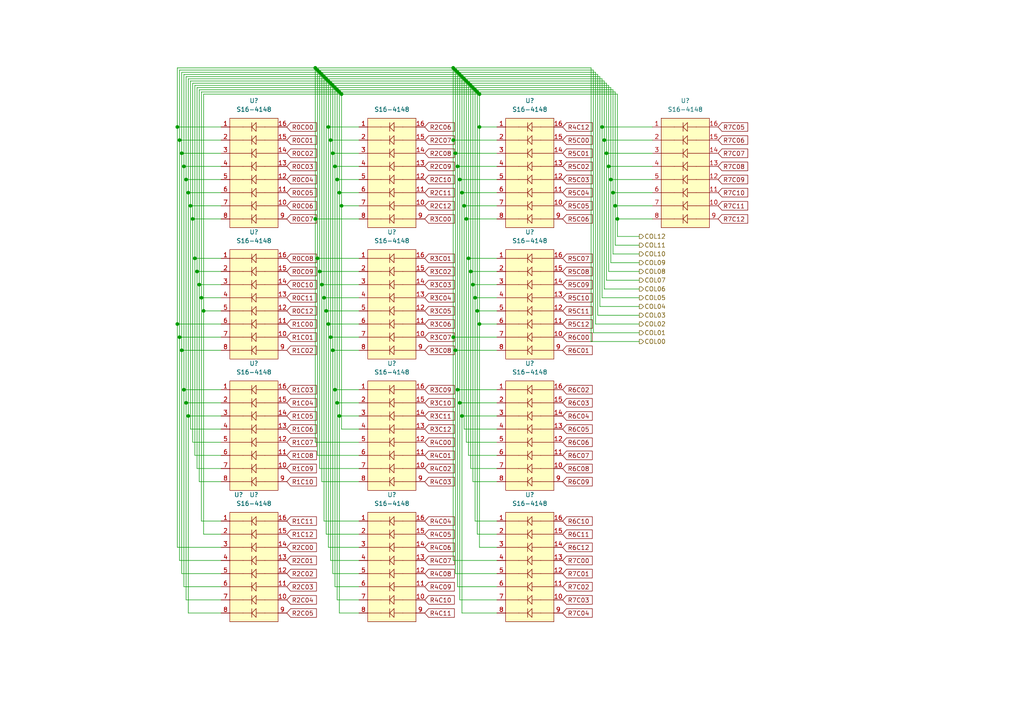
<source format=kicad_sch>
(kicad_sch (version 20211123) (generator eeschema)
  (paper "A4")
  (lib_symbols
    (symbol "Arrays:S16-4148"
      (property "Reference" "U" (at 1.27 33.02 0))
      (property "Value" "S16-4148" (at 6.35 -1.27 0))
      (symbol "S16-4148_1_1"
        (pin output line (at -2.54 29.21 0) (length 2.54) (name "") (number "1"))
        (pin input line (at 16.51 6.35 180) (length 2.54) (name "") (number "10"))
        (pin input line (at 16.51 10.16 180) (length 2.54) (name "") (number "11"))
        (pin input line (at 16.51 13.97 180) (length 2.54) (name "") (number "12"))
        (pin input line (at 16.51 17.78 180) (length 2.54) (name "") (number "13"))
        (pin input line (at 16.51 21.59 180) (length 2.54) (name "") (number "14"))
        (pin input line (at 16.51 25.4 180) (length 2.54) (name "") (number "15"))
        (pin input line (at 16.51 29.21 180) (length 2.54) (name "") (number "16"))
        (pin output line (at -2.54 25.4 0) (length 2.54) (name "") (number "2"))
        (pin output line (at -2.54 21.59 0) (length 2.54) (name "") (number "3"))
        (pin output line (at -2.54 17.78 0) (length 2.54) (name "") (number "4"))
        (pin output line (at -2.54 13.97 0) (length 2.54) (name "") (number "5"))
        (pin output line (at -2.54 10.16 0) (length 2.54) (name "") (number "6"))
        (pin output line (at -2.54 6.35 0) (length 2.54) (name "") (number "7"))
        (pin output line (at -2.54 2.54 0) (length 2.54) (name "") (number "8"))
        (pin input line (at 16.51 2.54 180) (length 2.54) (name "") (number "9"))
      )
    )
    (symbol "S16-4148_1"
      (property "Reference" "U" (at 1.27 33.02 0))
      (property "Value" "S16-4148_1" (at 6.35 -1.27 0))
      (symbol "S16-4148_1_1_1"
        (pin output line (at -2.54 29.21 0) (length 2.54) (name "") (number "1"))
        (pin input line (at 16.51 6.35 180) (length 2.54) (name "") (number "10"))
        (pin input line (at 16.51 10.16 180) (length 2.54) (name "") (number "11"))
        (pin input line (at 16.51 13.97 180) (length 2.54) (name "") (number "12"))
        (pin input line (at 16.51 17.78 180) (length 2.54) (name "") (number "13"))
        (pin input line (at 16.51 21.59 180) (length 2.54) (name "") (number "14"))
        (pin input line (at 16.51 25.4 180) (length 2.54) (name "") (number "15"))
        (pin input line (at 16.51 29.21 180) (length 2.54) (name "") (number "16"))
        (pin output line (at -2.54 25.4 0) (length 2.54) (name "") (number "2"))
        (pin output line (at -2.54 21.59 0) (length 2.54) (name "") (number "3"))
        (pin output line (at -2.54 17.78 0) (length 2.54) (name "") (number "4"))
        (pin output line (at -2.54 13.97 0) (length 2.54) (name "") (number "5"))
        (pin output line (at -2.54 10.16 0) (length 2.54) (name "") (number "6"))
        (pin output line (at -2.54 6.35 0) (length 2.54) (name "") (number "7"))
        (pin output line (at -2.54 2.54 0) (length 2.54) (name "") (number "8"))
        (pin input line (at 16.51 2.54 180) (length 2.54) (name "") (number "9"))
      )
    )
    (symbol "S16-4148_10"
      (property "Reference" "U" (at 1.27 33.02 0))
      (property "Value" "S16-4148_10" (at 6.35 -1.27 0))
      (symbol "S16-4148_10_1_1"
        (pin output line (at -2.54 29.21 0) (length 2.54) (name "") (number "1"))
        (pin input line (at 16.51 6.35 180) (length 2.54) (name "") (number "10"))
        (pin input line (at 16.51 10.16 180) (length 2.54) (name "") (number "11"))
        (pin input line (at 16.51 13.97 180) (length 2.54) (name "") (number "12"))
        (pin input line (at 16.51 17.78 180) (length 2.54) (name "") (number "13"))
        (pin input line (at 16.51 21.59 180) (length 2.54) (name "") (number "14"))
        (pin input line (at 16.51 25.4 180) (length 2.54) (name "") (number "15"))
        (pin input line (at 16.51 29.21 180) (length 2.54) (name "") (number "16"))
        (pin output line (at -2.54 25.4 0) (length 2.54) (name "") (number "2"))
        (pin output line (at -2.54 21.59 0) (length 2.54) (name "") (number "3"))
        (pin output line (at -2.54 17.78 0) (length 2.54) (name "") (number "4"))
        (pin output line (at -2.54 13.97 0) (length 2.54) (name "") (number "5"))
        (pin output line (at -2.54 10.16 0) (length 2.54) (name "") (number "6"))
        (pin output line (at -2.54 6.35 0) (length 2.54) (name "") (number "7"))
        (pin output line (at -2.54 2.54 0) (length 2.54) (name "") (number "8"))
        (pin input line (at 16.51 2.54 180) (length 2.54) (name "") (number "9"))
      )
    )
    (symbol "S16-4148_11"
      (property "Reference" "U" (at 1.27 33.02 0))
      (property "Value" "S16-4148_11" (at 6.35 -1.27 0))
      (symbol "S16-4148_11_1_1"
        (pin output line (at -2.54 29.21 0) (length 2.54) (name "") (number "1"))
        (pin input line (at 16.51 6.35 180) (length 2.54) (name "") (number "10"))
        (pin input line (at 16.51 10.16 180) (length 2.54) (name "") (number "11"))
        (pin input line (at 16.51 13.97 180) (length 2.54) (name "") (number "12"))
        (pin input line (at 16.51 17.78 180) (length 2.54) (name "") (number "13"))
        (pin input line (at 16.51 21.59 180) (length 2.54) (name "") (number "14"))
        (pin input line (at 16.51 25.4 180) (length 2.54) (name "") (number "15"))
        (pin input line (at 16.51 29.21 180) (length 2.54) (name "") (number "16"))
        (pin output line (at -2.54 25.4 0) (length 2.54) (name "") (number "2"))
        (pin output line (at -2.54 21.59 0) (length 2.54) (name "") (number "3"))
        (pin output line (at -2.54 17.78 0) (length 2.54) (name "") (number "4"))
        (pin output line (at -2.54 13.97 0) (length 2.54) (name "") (number "5"))
        (pin output line (at -2.54 10.16 0) (length 2.54) (name "") (number "6"))
        (pin output line (at -2.54 6.35 0) (length 2.54) (name "") (number "7"))
        (pin output line (at -2.54 2.54 0) (length 2.54) (name "") (number "8"))
        (pin input line (at 16.51 2.54 180) (length 2.54) (name "") (number "9"))
      )
    )
    (symbol "S16-4148_12"
      (property "Reference" "U" (at 1.27 33.02 0))
      (property "Value" "S16-4148_12" (at 6.35 -1.27 0))
      (symbol "S16-4148_12_1_1"
        (pin output line (at -2.54 29.21 0) (length 2.54) (name "") (number "1"))
        (pin input line (at 16.51 6.35 180) (length 2.54) (name "") (number "10"))
        (pin input line (at 16.51 10.16 180) (length 2.54) (name "") (number "11"))
        (pin input line (at 16.51 13.97 180) (length 2.54) (name "") (number "12"))
        (pin input line (at 16.51 17.78 180) (length 2.54) (name "") (number "13"))
        (pin input line (at 16.51 21.59 180) (length 2.54) (name "") (number "14"))
        (pin input line (at 16.51 25.4 180) (length 2.54) (name "") (number "15"))
        (pin input line (at 16.51 29.21 180) (length 2.54) (name "") (number "16"))
        (pin output line (at -2.54 25.4 0) (length 2.54) (name "") (number "2"))
        (pin output line (at -2.54 21.59 0) (length 2.54) (name "") (number "3"))
        (pin output line (at -2.54 17.78 0) (length 2.54) (name "") (number "4"))
        (pin output line (at -2.54 13.97 0) (length 2.54) (name "") (number "5"))
        (pin output line (at -2.54 10.16 0) (length 2.54) (name "") (number "6"))
        (pin output line (at -2.54 6.35 0) (length 2.54) (name "") (number "7"))
        (pin output line (at -2.54 2.54 0) (length 2.54) (name "") (number "8"))
        (pin input line (at 16.51 2.54 180) (length 2.54) (name "") (number "9"))
      )
    )
    (symbol "S16-4148_2"
      (property "Reference" "U" (at 1.27 33.02 0))
      (property "Value" "S16-4148_2" (at 6.35 -1.27 0))
      (symbol "S16-4148_2_1_1"
        (pin output line (at -2.54 29.21 0) (length 2.54) (name "") (number "1"))
        (pin input line (at 16.51 6.35 180) (length 2.54) (name "") (number "10"))
        (pin input line (at 16.51 10.16 180) (length 2.54) (name "") (number "11"))
        (pin input line (at 16.51 13.97 180) (length 2.54) (name "") (number "12"))
        (pin input line (at 16.51 17.78 180) (length 2.54) (name "") (number "13"))
        (pin input line (at 16.51 21.59 180) (length 2.54) (name "") (number "14"))
        (pin input line (at 16.51 25.4 180) (length 2.54) (name "") (number "15"))
        (pin input line (at 16.51 29.21 180) (length 2.54) (name "") (number "16"))
        (pin output line (at -2.54 25.4 0) (length 2.54) (name "") (number "2"))
        (pin output line (at -2.54 21.59 0) (length 2.54) (name "") (number "3"))
        (pin output line (at -2.54 17.78 0) (length 2.54) (name "") (number "4"))
        (pin output line (at -2.54 13.97 0) (length 2.54) (name "") (number "5"))
        (pin output line (at -2.54 10.16 0) (length 2.54) (name "") (number "6"))
        (pin output line (at -2.54 6.35 0) (length 2.54) (name "") (number "7"))
        (pin output line (at -2.54 2.54 0) (length 2.54) (name "") (number "8"))
        (pin input line (at 16.51 2.54 180) (length 2.54) (name "") (number "9"))
      )
    )
    (symbol "S16-4148_3"
      (property "Reference" "U" (at 1.27 33.02 0))
      (property "Value" "S16-4148_3" (at 6.35 -1.27 0))
      (symbol "S16-4148_3_1_1"
        (pin output line (at -2.54 29.21 0) (length 2.54) (name "") (number "1"))
        (pin input line (at 16.51 6.35 180) (length 2.54) (name "") (number "10"))
        (pin input line (at 16.51 10.16 180) (length 2.54) (name "") (number "11"))
        (pin input line (at 16.51 13.97 180) (length 2.54) (name "") (number "12"))
        (pin input line (at 16.51 17.78 180) (length 2.54) (name "") (number "13"))
        (pin input line (at 16.51 21.59 180) (length 2.54) (name "") (number "14"))
        (pin input line (at 16.51 25.4 180) (length 2.54) (name "") (number "15"))
        (pin input line (at 16.51 29.21 180) (length 2.54) (name "") (number "16"))
        (pin output line (at -2.54 25.4 0) (length 2.54) (name "") (number "2"))
        (pin output line (at -2.54 21.59 0) (length 2.54) (name "") (number "3"))
        (pin output line (at -2.54 17.78 0) (length 2.54) (name "") (number "4"))
        (pin output line (at -2.54 13.97 0) (length 2.54) (name "") (number "5"))
        (pin output line (at -2.54 10.16 0) (length 2.54) (name "") (number "6"))
        (pin output line (at -2.54 6.35 0) (length 2.54) (name "") (number "7"))
        (pin output line (at -2.54 2.54 0) (length 2.54) (name "") (number "8"))
        (pin input line (at 16.51 2.54 180) (length 2.54) (name "") (number "9"))
      )
    )
    (symbol "S16-4148_4"
      (property "Reference" "U" (at 1.27 33.02 0))
      (property "Value" "S16-4148_4" (at 6.35 -1.27 0))
      (symbol "S16-4148_4_1_1"
        (pin output line (at -2.54 29.21 0) (length 2.54) (name "") (number "1"))
        (pin input line (at 16.51 6.35 180) (length 2.54) (name "") (number "10"))
        (pin input line (at 16.51 10.16 180) (length 2.54) (name "") (number "11"))
        (pin input line (at 16.51 13.97 180) (length 2.54) (name "") (number "12"))
        (pin input line (at 16.51 17.78 180) (length 2.54) (name "") (number "13"))
        (pin input line (at 16.51 21.59 180) (length 2.54) (name "") (number "14"))
        (pin input line (at 16.51 25.4 180) (length 2.54) (name "") (number "15"))
        (pin input line (at 16.51 29.21 180) (length 2.54) (name "") (number "16"))
        (pin output line (at -2.54 25.4 0) (length 2.54) (name "") (number "2"))
        (pin output line (at -2.54 21.59 0) (length 2.54) (name "") (number "3"))
        (pin output line (at -2.54 17.78 0) (length 2.54) (name "") (number "4"))
        (pin output line (at -2.54 13.97 0) (length 2.54) (name "") (number "5"))
        (pin output line (at -2.54 10.16 0) (length 2.54) (name "") (number "6"))
        (pin output line (at -2.54 6.35 0) (length 2.54) (name "") (number "7"))
        (pin output line (at -2.54 2.54 0) (length 2.54) (name "") (number "8"))
        (pin input line (at 16.51 2.54 180) (length 2.54) (name "") (number "9"))
      )
    )
    (symbol "S16-4148_5"
      (property "Reference" "U" (at 1.27 33.02 0))
      (property "Value" "S16-4148_5" (at 6.35 -1.27 0))
      (symbol "S16-4148_5_1_1"
        (pin output line (at -2.54 29.21 0) (length 2.54) (name "") (number "1"))
        (pin input line (at 16.51 6.35 180) (length 2.54) (name "") (number "10"))
        (pin input line (at 16.51 10.16 180) (length 2.54) (name "") (number "11"))
        (pin input line (at 16.51 13.97 180) (length 2.54) (name "") (number "12"))
        (pin input line (at 16.51 17.78 180) (length 2.54) (name "") (number "13"))
        (pin input line (at 16.51 21.59 180) (length 2.54) (name "") (number "14"))
        (pin input line (at 16.51 25.4 180) (length 2.54) (name "") (number "15"))
        (pin input line (at 16.51 29.21 180) (length 2.54) (name "") (number "16"))
        (pin output line (at -2.54 25.4 0) (length 2.54) (name "") (number "2"))
        (pin output line (at -2.54 21.59 0) (length 2.54) (name "") (number "3"))
        (pin output line (at -2.54 17.78 0) (length 2.54) (name "") (number "4"))
        (pin output line (at -2.54 13.97 0) (length 2.54) (name "") (number "5"))
        (pin output line (at -2.54 10.16 0) (length 2.54) (name "") (number "6"))
        (pin output line (at -2.54 6.35 0) (length 2.54) (name "") (number "7"))
        (pin output line (at -2.54 2.54 0) (length 2.54) (name "") (number "8"))
        (pin input line (at 16.51 2.54 180) (length 2.54) (name "") (number "9"))
      )
    )
    (symbol "S16-4148_6"
      (property "Reference" "U" (at 1.27 33.02 0))
      (property "Value" "S16-4148_6" (at 6.35 -1.27 0))
      (symbol "S16-4148_6_1_1"
        (pin output line (at -2.54 29.21 0) (length 2.54) (name "") (number "1"))
        (pin input line (at 16.51 6.35 180) (length 2.54) (name "") (number "10"))
        (pin input line (at 16.51 10.16 180) (length 2.54) (name "") (number "11"))
        (pin input line (at 16.51 13.97 180) (length 2.54) (name "") (number "12"))
        (pin input line (at 16.51 17.78 180) (length 2.54) (name "") (number "13"))
        (pin input line (at 16.51 21.59 180) (length 2.54) (name "") (number "14"))
        (pin input line (at 16.51 25.4 180) (length 2.54) (name "") (number "15"))
        (pin input line (at 16.51 29.21 180) (length 2.54) (name "") (number "16"))
        (pin output line (at -2.54 25.4 0) (length 2.54) (name "") (number "2"))
        (pin output line (at -2.54 21.59 0) (length 2.54) (name "") (number "3"))
        (pin output line (at -2.54 17.78 0) (length 2.54) (name "") (number "4"))
        (pin output line (at -2.54 13.97 0) (length 2.54) (name "") (number "5"))
        (pin output line (at -2.54 10.16 0) (length 2.54) (name "") (number "6"))
        (pin output line (at -2.54 6.35 0) (length 2.54) (name "") (number "7"))
        (pin output line (at -2.54 2.54 0) (length 2.54) (name "") (number "8"))
        (pin input line (at 16.51 2.54 180) (length 2.54) (name "") (number "9"))
      )
    )
    (symbol "S16-4148_7"
      (property "Reference" "U" (at 1.27 33.02 0))
      (property "Value" "S16-4148_7" (at 6.35 -1.27 0))
      (symbol "S16-4148_7_1_1"
        (pin output line (at -2.54 29.21 0) (length 2.54) (name "") (number "1"))
        (pin input line (at 16.51 6.35 180) (length 2.54) (name "") (number "10"))
        (pin input line (at 16.51 10.16 180) (length 2.54) (name "") (number "11"))
        (pin input line (at 16.51 13.97 180) (length 2.54) (name "") (number "12"))
        (pin input line (at 16.51 17.78 180) (length 2.54) (name "") (number "13"))
        (pin input line (at 16.51 21.59 180) (length 2.54) (name "") (number "14"))
        (pin input line (at 16.51 25.4 180) (length 2.54) (name "") (number "15"))
        (pin input line (at 16.51 29.21 180) (length 2.54) (name "") (number "16"))
        (pin output line (at -2.54 25.4 0) (length 2.54) (name "") (number "2"))
        (pin output line (at -2.54 21.59 0) (length 2.54) (name "") (number "3"))
        (pin output line (at -2.54 17.78 0) (length 2.54) (name "") (number "4"))
        (pin output line (at -2.54 13.97 0) (length 2.54) (name "") (number "5"))
        (pin output line (at -2.54 10.16 0) (length 2.54) (name "") (number "6"))
        (pin output line (at -2.54 6.35 0) (length 2.54) (name "") (number "7"))
        (pin output line (at -2.54 2.54 0) (length 2.54) (name "") (number "8"))
        (pin input line (at 16.51 2.54 180) (length 2.54) (name "") (number "9"))
      )
    )
    (symbol "S16-4148_8"
      (property "Reference" "U" (at 1.27 33.02 0))
      (property "Value" "S16-4148_8" (at 6.35 -1.27 0))
      (symbol "S16-4148_8_1_1"
        (pin output line (at -2.54 29.21 0) (length 2.54) (name "") (number "1"))
        (pin input line (at 16.51 6.35 180) (length 2.54) (name "") (number "10"))
        (pin input line (at 16.51 10.16 180) (length 2.54) (name "") (number "11"))
        (pin input line (at 16.51 13.97 180) (length 2.54) (name "") (number "12"))
        (pin input line (at 16.51 17.78 180) (length 2.54) (name "") (number "13"))
        (pin input line (at 16.51 21.59 180) (length 2.54) (name "") (number "14"))
        (pin input line (at 16.51 25.4 180) (length 2.54) (name "") (number "15"))
        (pin input line (at 16.51 29.21 180) (length 2.54) (name "") (number "16"))
        (pin output line (at -2.54 25.4 0) (length 2.54) (name "") (number "2"))
        (pin output line (at -2.54 21.59 0) (length 2.54) (name "") (number "3"))
        (pin output line (at -2.54 17.78 0) (length 2.54) (name "") (number "4"))
        (pin output line (at -2.54 13.97 0) (length 2.54) (name "") (number "5"))
        (pin output line (at -2.54 10.16 0) (length 2.54) (name "") (number "6"))
        (pin output line (at -2.54 6.35 0) (length 2.54) (name "") (number "7"))
        (pin output line (at -2.54 2.54 0) (length 2.54) (name "") (number "8"))
        (pin input line (at 16.51 2.54 180) (length 2.54) (name "") (number "9"))
      )
    )
    (symbol "S16-4148_9"
      (property "Reference" "U" (at 1.27 33.02 0))
      (property "Value" "S16-4148_9" (at 6.35 -1.27 0))
      (symbol "S16-4148_9_1_1"
        (pin output line (at -2.54 29.21 0) (length 2.54) (name "") (number "1"))
        (pin input line (at 16.51 6.35 180) (length 2.54) (name "") (number "10"))
        (pin input line (at 16.51 10.16 180) (length 2.54) (name "") (number "11"))
        (pin input line (at 16.51 13.97 180) (length 2.54) (name "") (number "12"))
        (pin input line (at 16.51 17.78 180) (length 2.54) (name "") (number "13"))
        (pin input line (at 16.51 21.59 180) (length 2.54) (name "") (number "14"))
        (pin input line (at 16.51 25.4 180) (length 2.54) (name "") (number "15"))
        (pin input line (at 16.51 29.21 180) (length 2.54) (name "") (number "16"))
        (pin output line (at -2.54 25.4 0) (length 2.54) (name "") (number "2"))
        (pin output line (at -2.54 21.59 0) (length 2.54) (name "") (number "3"))
        (pin output line (at -2.54 17.78 0) (length 2.54) (name "") (number "4"))
        (pin output line (at -2.54 13.97 0) (length 2.54) (name "") (number "5"))
        (pin output line (at -2.54 10.16 0) (length 2.54) (name "") (number "6"))
        (pin output line (at -2.54 6.35 0) (length 2.54) (name "") (number "7"))
        (pin output line (at -2.54 2.54 0) (length 2.54) (name "") (number "8"))
        (pin input line (at 16.51 2.54 180) (length 2.54) (name "") (number "9"))
      )
    )
  )
  (junction (at 52.07 97.79))
  (junction (at 93.345 21.59))
  (junction (at 132.08 20.32))
  (junction (at 133.985 55.88))
  (junction (at 99.06 59.69))
  (junction (at 135.255 23.495))
  (junction (at 92.075 20.32))
  (junction (at 96.52 44.45))
  (junction (at 57.15 78.74))
  (junction (at 93.98 86.36))
  (junction (at 131.445 19.685))
  (junction (at 137.16 25.4))
  (junction (at 53.34 113.03))
  (junction (at 53.34 48.26))
  (junction (at 97.155 113.03))
  (junction (at 98.425 120.65))
  (junction (at 97.79 116.84))
  (junction (at 132.08 44.45))
  (junction (at 133.35 52.07))
  (junction (at 53.975 52.07))
  (junction (at 134.62 59.69))
  (junction (at 91.44 19.685))
  (junction (at 132.715 48.26))
  (junction (at 133.35 116.84))
  (junction (at 58.42 86.36))
  (junction (at 139.065 27.305))
  (junction (at 51.435 93.98))
  (junction (at 59.055 90.17))
  (junction (at 176.53 48.26))
  (junction (at 52.705 101.6))
  (junction (at 56.515 74.93))
  (junction (at 91.44 63.5))
  (junction (at 95.885 40.64))
  (junction (at 179.07 63.5))
  (junction (at 95.885 97.79))
  (junction (at 137.795 26.035))
  (junction (at 98.425 55.88))
  (junction (at 92.71 20.955))
  (junction (at 177.8 55.88))
  (junction (at 135.89 74.93))
  (junction (at 97.79 52.07))
  (junction (at 97.79 26.035))
  (junction (at 178.435 59.69))
  (junction (at 131.445 97.79))
  (junction (at 138.43 90.17))
  (junction (at 95.885 24.13))
  (junction (at 131.445 40.64))
  (junction (at 132.715 20.955))
  (junction (at 95.25 36.83))
  (junction (at 93.98 22.225))
  (junction (at 96.52 24.765))
  (junction (at 95.25 23.495))
  (junction (at 95.25 93.98))
  (junction (at 175.26 40.64))
  (junction (at 98.425 26.67))
  (junction (at 54.61 120.65))
  (junction (at 135.255 63.5))
  (junction (at 55.245 59.69))
  (junction (at 99.06 27.305))
  (junction (at 135.89 24.13))
  (junction (at 57.785 82.55))
  (junction (at 139.065 36.83))
  (junction (at 133.985 120.65))
  (junction (at 97.155 25.4))
  (junction (at 92.075 74.93))
  (junction (at 93.345 82.55))
  (junction (at 136.525 78.74))
  (junction (at 137.795 86.36))
  (junction (at 54.61 55.88))
  (junction (at 132.715 113.03))
  (junction (at 133.35 21.59))
  (junction (at 55.88 63.5))
  (junction (at 137.16 82.55))
  (junction (at 51.435 36.83))
  (junction (at 97.155 48.26))
  (junction (at 96.52 101.6))
  (junction (at 175.895 44.45))
  (junction (at 53.975 116.84))
  (junction (at 139.065 93.98))
  (junction (at 132.08 101.6))
  (junction (at 94.615 90.17))
  (junction (at 174.625 36.83))
  (junction (at 134.62 22.86))
  (junction (at 52.07 40.64))
  (junction (at 177.165 52.07))
  (junction (at 94.615 22.86))
  (junction (at 136.525 24.765))
  (junction (at 52.705 44.45))
  (junction (at 92.71 78.74))
  (junction (at 133.985 22.225))
  (junction (at 138.43 26.67))
  (wire (pts (xy 175.895 44.45) (xy 189.23 44.45)))
  (wire (pts (xy 58.42 151.13) (xy 64.135 151.13)))
  (wire (pts (xy 135.89 74.93) (xy 144.145 74.93)))
  (wire (pts (xy 134.62 22.86) (xy 134.62 59.69)))
  (wire (pts (xy 95.25 36.83) (xy 104.14 36.83)))
  (wire (pts (xy 173.99 88.9) (xy 185.42 88.9)))
  (wire (pts (xy 137.795 151.13) (xy 144.145 151.13)))
  (wire (pts (xy 52.705 44.45) (xy 52.705 101.6)))
  (wire (pts (xy 104.14 40.64) (xy 95.885 40.64)))
  (wire (pts (xy 144.145 170.18) (xy 132.715 170.18)))
  (wire (pts (xy 132.715 20.955) (xy 132.715 48.26)))
  (wire (pts (xy 52.07 40.64) (xy 64.135 40.64)))
  (wire (pts (xy 175.26 83.82) (xy 185.42 83.82)))
  (wire (pts (xy 52.705 44.45) (xy 64.135 44.45)))
  (wire (pts (xy 52.07 20.32) (xy 92.075 20.32)))
  (wire (pts (xy 172.085 20.32) (xy 172.085 96.52)))
  (wire (pts (xy 132.08 166.37) (xy 132.08 101.6)))
  (wire (pts (xy 93.345 82.55) (xy 104.14 82.55)))
  (wire (pts (xy 97.155 113.03) (xy 104.14 113.03)))
  (wire (pts (xy 52.07 20.32) (xy 52.07 40.64)))
  (wire (pts (xy 55.245 23.495) (xy 95.25 23.495)))
  (wire (pts (xy 53.975 22.225) (xy 93.98 22.225)))
  (wire (pts (xy 175.895 81.28) (xy 185.42 81.28)))
  (wire (pts (xy 171.45 19.685) (xy 171.45 99.06)))
  (wire (pts (xy 178.435 59.69) (xy 178.435 71.12)))
  (wire (pts (xy 176.53 48.26) (xy 176.53 78.74)))
  (wire (pts (xy 53.34 21.59) (xy 93.345 21.59)))
  (wire (pts (xy 133.35 52.07) (xy 144.145 52.07)))
  (wire (pts (xy 54.61 22.86) (xy 94.615 22.86)))
  (wire (pts (xy 176.53 78.74) (xy 185.42 78.74)))
  (wire (pts (xy 135.89 132.08) (xy 144.145 132.08)))
  (wire (pts (xy 137.16 25.4) (xy 137.16 82.55)))
  (wire (pts (xy 59.055 27.305) (xy 99.06 27.305)))
  (wire (pts (xy 55.245 124.46) (xy 64.135 124.46)))
  (wire (pts (xy 133.35 116.84) (xy 133.35 173.99)))
  (wire (pts (xy 96.52 101.6) (xy 96.52 166.37)))
  (wire (pts (xy 179.07 63.5) (xy 189.23 63.5)))
  (wire (pts (xy 98.425 177.8) (xy 104.14 177.8)))
  (wire (pts (xy 52.705 101.6) (xy 52.705 166.37)))
  (wire (pts (xy 133.985 177.8) (xy 144.145 177.8)))
  (wire (pts (xy 132.08 166.37) (xy 144.145 166.37)))
  (wire (pts (xy 92.71 20.955) (xy 132.715 20.955)))
  (wire (pts (xy 131.445 19.685) (xy 131.445 40.64)))
  (wire (pts (xy 91.44 19.685) (xy 91.44 63.5)))
  (wire (pts (xy 93.98 22.225) (xy 133.985 22.225)))
  (wire (pts (xy 132.08 20.32) (xy 132.08 44.45)))
  (wire (pts (xy 98.425 55.88) (xy 98.425 120.65)))
  (wire (pts (xy 134.62 124.46) (xy 144.145 124.46)))
  (wire (pts (xy 94.615 22.86) (xy 134.62 22.86)))
  (wire (pts (xy 52.07 97.79) (xy 64.135 97.79)))
  (wire (pts (xy 97.79 52.07) (xy 97.79 116.84)))
  (wire (pts (xy 132.08 101.6) (xy 132.08 44.45)))
  (wire (pts (xy 179.07 27.305) (xy 179.07 63.5)))
  (wire (pts (xy 51.435 158.75) (xy 64.135 158.75)))
  (wire (pts (xy 96.52 44.45) (xy 96.52 101.6)))
  (wire (pts (xy 133.35 116.84) (xy 133.35 52.07)))
  (wire (pts (xy 172.72 93.98) (xy 185.42 93.98)))
  (wire (pts (xy 97.79 116.84) (xy 104.14 116.84)))
  (wire (pts (xy 132.715 48.26) (xy 132.715 113.03)))
  (wire (pts (xy 135.255 23.495) (xy 135.255 63.5)))
  (wire (pts (xy 52.07 162.56) (xy 64.135 162.56)))
  (wire (pts (xy 133.35 21.59) (xy 133.35 52.07)))
  (wire (pts (xy 144.145 93.98) (xy 139.065 93.98)))
  (wire (pts (xy 97.79 26.035) (xy 137.795 26.035)))
  (wire (pts (xy 52.705 20.955) (xy 92.71 20.955)))
  (wire (pts (xy 92.075 20.32) (xy 132.08 20.32)))
  (wire (pts (xy 57.15 78.74) (xy 57.15 135.89)))
  (wire (pts (xy 52.705 101.6) (xy 64.135 101.6)))
  (wire (pts (xy 176.53 48.26) (xy 189.23 48.26)))
  (wire (pts (xy 56.515 74.93) (xy 64.135 74.93)))
  (wire (pts (xy 93.98 22.225) (xy 93.98 86.36)))
  (wire (pts (xy 177.8 55.88) (xy 177.8 73.66)))
  (wire (pts (xy 135.89 132.08) (xy 135.89 74.93)))
  (wire (pts (xy 92.71 135.89) (xy 104.14 135.89)))
  (wire (pts (xy 96.52 24.765) (xy 136.525 24.765)))
  (wire (pts (xy 55.88 63.5) (xy 64.135 63.5)))
  (wire (pts (xy 104.14 139.7) (xy 93.345 139.7)))
  (wire (pts (xy 93.345 82.55) (xy 93.345 139.7)))
  (wire (pts (xy 53.975 52.07) (xy 53.975 116.84)))
  (wire (pts (xy 94.615 90.17) (xy 104.14 90.17)))
  (wire (pts (xy 56.515 74.93) (xy 56.515 132.08)))
  (wire (pts (xy 139.065 36.83) (xy 144.145 36.83)))
  (wire (pts (xy 132.715 113.03) (xy 132.715 170.18)))
  (wire (pts (xy 55.88 128.27) (xy 64.135 128.27)))
  (wire (pts (xy 177.165 76.2) (xy 185.42 76.2)))
  (wire (pts (xy 92.075 20.32) (xy 92.075 74.93)))
  (wire (pts (xy 92.71 20.955) (xy 92.71 78.74)))
  (wire (pts (xy 175.26 40.64) (xy 189.23 40.64)))
  (wire (pts (xy 59.055 154.94) (xy 64.135 154.94)))
  (wire (pts (xy 173.355 21.59) (xy 173.355 91.44)))
  (wire (pts (xy 134.62 59.69) (xy 144.145 59.69)))
  (wire (pts (xy 139.065 27.305) (xy 179.07 27.305)))
  (wire (pts (xy 104.14 48.26) (xy 97.155 48.26)))
  (wire (pts (xy 52.07 97.79) (xy 52.07 162.56)))
  (wire (pts (xy 97.155 48.26) (xy 97.155 113.03)))
  (wire (pts (xy 53.34 113.03) (xy 53.34 170.18)))
  (wire (pts (xy 174.625 22.86) (xy 174.625 36.83)))
  (wire (pts (xy 104.14 173.99) (xy 97.79 173.99)))
  (wire (pts (xy 138.43 26.67) (xy 178.435 26.67)))
  (wire (pts (xy 174.625 86.36) (xy 185.42 86.36)))
  (wire (pts (xy 58.42 86.36) (xy 58.42 151.13)))
  (wire (pts (xy 97.79 26.035) (xy 97.79 52.07)))
  (wire (pts (xy 57.785 26.035) (xy 97.79 26.035)))
  (wire (pts (xy 138.43 154.94) (xy 144.145 154.94)))
  (wire (pts (xy 57.785 82.55) (xy 64.135 82.55)))
  (wire (pts (xy 178.435 26.67) (xy 178.435 59.69)))
  (wire (pts (xy 177.165 25.4) (xy 177.165 52.07)))
  (wire (pts (xy 58.42 86.36) (xy 64.135 86.36)))
  (wire (pts (xy 98.425 26.67) (xy 138.43 26.67)))
  (wire (pts (xy 132.08 101.6) (xy 144.145 101.6)))
  (wire (pts (xy 175.26 40.64) (xy 175.26 83.82)))
  (wire (pts (xy 93.345 21.59) (xy 133.35 21.59)))
  (wire (pts (xy 56.515 74.93) (xy 56.515 24.765)))
  (wire (pts (xy 91.44 63.5) (xy 104.14 63.5)))
  (wire (pts (xy 144.145 173.99) (xy 133.35 173.99)))
  (wire (pts (xy 53.34 48.26) (xy 64.135 48.26)))
  (wire (pts (xy 173.355 91.44) (xy 185.42 91.44)))
  (wire (pts (xy 91.44 19.685) (xy 131.445 19.685)))
  (wire (pts (xy 138.43 90.17) (xy 144.145 90.17)))
  (wire (pts (xy 58.42 86.36) (xy 58.42 26.67)))
  (wire (pts (xy 53.34 170.18) (xy 64.135 170.18)))
  (wire (pts (xy 134.62 22.86) (xy 174.625 22.86)))
  (wire (pts (xy 53.975 52.07) (xy 53.975 22.225)))
  (wire (pts (xy 137.795 86.36) (xy 144.145 86.36)))
  (wire (pts (xy 92.71 78.74) (xy 92.71 135.89)))
  (wire (pts (xy 174.625 36.83) (xy 189.23 36.83)))
  (wire (pts (xy 53.975 116.84) (xy 53.975 173.99)))
  (wire (pts (xy 172.085 96.52) (xy 185.42 96.52)))
  (wire (pts (xy 104.14 52.07) (xy 97.79 52.07)))
  (wire (pts (xy 56.515 24.765) (xy 96.52 24.765)))
  (wire (pts (xy 97.155 25.4) (xy 97.155 48.26)))
  (wire (pts (xy 94.615 154.94) (xy 104.14 154.94)))
  (wire (pts (xy 133.985 55.88) (xy 144.145 55.88)))
  (wire (pts (xy 92.075 74.93) (xy 92.075 132.08)))
  (wire (pts (xy 135.89 24.13) (xy 175.895 24.13)))
  (wire (pts (xy 132.08 44.45) (xy 144.145 44.45)))
  (wire (pts (xy 52.705 44.45) (xy 52.705 20.955)))
  (wire (pts (xy 51.435 93.98) (xy 51.435 158.75)))
  (wire (pts (xy 133.985 22.225) (xy 173.99 22.225)))
  (wire (pts (xy 93.98 86.36) (xy 93.98 151.13)))
  (wire (pts (xy 99.06 27.305) (xy 139.065 27.305)))
  (wire (pts (xy 53.34 113.03) (xy 64.135 113.03)))
  (wire (pts (xy 173.99 22.225) (xy 173.99 88.9)))
  (wire (pts (xy 55.88 24.13) (xy 95.885 24.13)))
  (wire (pts (xy 179.07 68.58) (xy 185.42 68.58)))
  (wire (pts (xy 104.14 170.18) (xy 97.155 170.18)))
  (wire (pts (xy 138.43 154.94) (xy 138.43 90.17)))
  (wire (pts (xy 53.975 116.84) (xy 64.135 116.84)))
  (wire (pts (xy 104.14 55.88) (xy 98.425 55.88)))
  (wire (pts (xy 132.715 48.26) (xy 144.145 48.26)))
  (wire (pts (xy 136.525 24.765) (xy 176.53 24.765)))
  (wire (pts (xy 179.07 63.5) (xy 179.07 68.58)))
  (wire (pts (xy 138.43 26.67) (xy 138.43 90.17)))
  (wire (pts (xy 104.14 44.45) (xy 96.52 44.45)))
  (wire (pts (xy 95.885 24.13) (xy 135.89 24.13)))
  (wire (pts (xy 93.98 151.13) (xy 104.14 151.13)))
  (wire (pts (xy 57.785 139.7) (xy 64.135 139.7)))
  (wire (pts (xy 54.61 177.8) (xy 64.135 177.8)))
  (wire (pts (xy 177.165 52.07) (xy 177.165 76.2)))
  (wire (pts (xy 54.61 120.65) (xy 64.135 120.65)))
  (wire (pts (xy 178.435 59.69) (xy 189.23 59.69)))
  (wire (pts (xy 96.52 24.765) (xy 96.52 44.45)))
  (wire (pts (xy 177.165 52.07) (xy 189.23 52.07)))
  (wire (pts (xy 177.8 55.88) (xy 189.23 55.88)))
  (wire (pts (xy 59.055 90.17) (xy 59.055 154.94)))
  (wire (pts (xy 54.61 120.65) (xy 54.61 177.8)))
  (wire (pts (xy 91.44 63.5) (xy 91.44 128.27)))
  (wire (pts (xy 97.155 113.03) (xy 97.155 170.18)))
  (wire (pts (xy 104.14 162.56) (xy 95.885 162.56)))
  (wire (pts (xy 144.145 139.7) (xy 137.16 139.7)))
  (wire (pts (xy 92.075 74.93) (xy 104.14 74.93)))
  (wire (pts (xy 144.145 113.03) (xy 132.715 113.03)))
  (wire (pts (xy 57.15 78.74) (xy 57.15 25.4)))
  (wire (pts (xy 52.705 166.37) (xy 64.135 166.37)))
  (wire (pts (xy 55.245 59.69) (xy 64.135 59.69)))
  (wire (pts (xy 57.15 25.4) (xy 97.155 25.4)))
  (wire (pts (xy 131.445 40.64) (xy 131.445 97.79)))
  (wire (pts (xy 133.985 120.65) (xy 133.985 55.88)))
  (wire (pts (xy 93.345 21.59) (xy 93.345 82.55)))
  (wire (pts (xy 91.44 128.27) (xy 104.14 128.27)))
  (wire (pts (xy 98.425 26.67) (xy 98.425 55.88)))
  (wire (pts (xy 58.42 26.67) (xy 98.425 26.67)))
  (wire (pts (xy 94.615 90.17) (xy 94.615 154.94)))
  (wire (pts (xy 172.72 20.955) (xy 172.72 93.98)))
  (wire (pts (xy 134.62 59.69) (xy 134.62 124.46)))
  (wire (pts (xy 136.525 135.89) (xy 144.145 135.89)))
  (wire (pts (xy 51.435 36.83) (xy 51.435 19.685)))
  (wire (pts (xy 132.08 20.32) (xy 172.085 20.32)))
  (wire (pts (xy 59.055 27.305) (xy 59.055 90.17)))
  (wire (pts (xy 177.8 26.035) (xy 177.8 55.88)))
  (wire (pts (xy 136.525 24.765) (xy 136.525 78.74)))
  (wire (pts (xy 104.14 93.98) (xy 95.25 93.98)))
  (wire (pts (xy 176.53 24.765) (xy 176.53 48.26)))
  (wire (pts (xy 104.14 158.75) (xy 95.25 158.75)))
  (wire (pts (xy 97.79 116.84) (xy 97.79 173.99)))
  (wire (pts (xy 95.25 36.83) (xy 95.25 93.98)))
  (wire (pts (xy 137.16 82.55) (xy 137.16 139.7)))
  (wire (pts (xy 57.785 82.55) (xy 57.785 139.7)))
  (wire (pts (xy 135.89 24.13) (xy 135.89 74.93)))
  (wire (pts (xy 56.515 132.08) (xy 64.135 132.08)))
  (wire (pts (xy 133.35 116.84) (xy 144.145 116.84)))
  (wire (pts (xy 131.445 40.64) (xy 144.145 40.64)))
  (wire (pts (xy 59.055 90.17) (xy 64.135 90.17)))
  (wire (pts (xy 96.52 101.6) (xy 104.14 101.6)))
  (wire (pts (xy 131.445 162.56) (xy 131.445 97.79)))
  (wire (pts (xy 54.61 55.88) (xy 54.61 120.65)))
  (wire (pts (xy 174.625 36.83) (xy 174.625 86.36)))
  (wire (pts (xy 55.88 63.5) (xy 55.88 128.27)))
  (wire (pts (xy 51.435 36.83) (xy 51.435 93.98)))
  (wire (pts (xy 94.615 22.86) (xy 94.615 90.17)))
  (wire (pts (xy 171.45 99.06) (xy 185.42 99.06)))
  (wire (pts (xy 177.8 73.66) (xy 185.42 73.66)))
  (wire (pts (xy 54.61 55.88) (xy 54.61 22.86)))
  (wire (pts (xy 104.14 97.79) (xy 95.885 97.79)))
  (wire (pts (xy 51.435 36.83) (xy 64.135 36.83)))
  (wire (pts (xy 98.425 120.65) (xy 98.425 177.8)))
  (wire (pts (xy 55.245 59.69) (xy 55.245 23.495)))
  (wire (pts (xy 55.245 59.69) (xy 55.245 124.46)))
  (wire (pts (xy 135.255 128.27) (xy 144.145 128.27)))
  (wire (pts (xy 178.435 71.12) (xy 185.42 71.12)))
  (wire (pts (xy 57.785 26.035) (xy 57.785 82.55)))
  (wire (pts (xy 99.06 59.69) (xy 104.14 59.69)))
  (wire (pts (xy 99.06 124.46) (xy 104.14 124.46)))
  (wire (pts (xy 95.25 23.495) (xy 95.25 36.83)))
  (wire (pts (xy 92.71 78.74) (xy 104.14 78.74)))
  (wire (pts (xy 53.34 48.26) (xy 53.34 21.59)))
  (wire (pts (xy 57.15 78.74) (xy 64.135 78.74)))
  (wire (pts (xy 133.985 55.88) (xy 133.985 22.225)))
  (wire (pts (xy 137.795 26.035) (xy 177.8 26.035)))
  (wire (pts (xy 133.985 120.65) (xy 144.145 120.65)))
  (wire (pts (xy 131.445 162.56) (xy 144.145 162.56)))
  (wire (pts (xy 95.885 24.13) (xy 95.885 40.64)))
  (wire (pts (xy 137.795 151.13) (xy 137.795 86.36)))
  (wire (pts (xy 55.88 63.5) (xy 55.88 24.13)))
  (wire (pts (xy 139.065 36.83) (xy 139.065 93.98)))
  (wire (pts (xy 98.425 120.65) (xy 104.14 120.65)))
  (wire (pts (xy 53.34 48.26) (xy 53.34 113.03)))
  (wire (pts (xy 51.435 19.685) (xy 91.44 19.685)))
  (wire (pts (xy 92.075 132.08) (xy 104.14 132.08)))
  (wire (pts (xy 95.25 23.495) (xy 135.255 23.495)))
  (wire (pts (xy 133.35 21.59) (xy 173.355 21.59)))
  (wire (pts (xy 57.15 135.89) (xy 64.135 135.89)))
  (wire (pts (xy 135.255 128.27) (xy 135.255 63.5)))
  (wire (pts (xy 139.065 93.98) (xy 139.065 158.75)))
  (wire (pts (xy 93.98 86.36) (xy 104.14 86.36)))
  (wire (pts (xy 95.885 40.64) (xy 95.885 97.79)))
  (wire (pts (xy 131.445 19.685) (xy 171.45 19.685)))
  (wire (pts (xy 136.525 78.74) (xy 144.145 78.74)))
  (wire (pts (xy 97.155 25.4) (xy 137.16 25.4)))
  (wire (pts (xy 133.985 177.8) (xy 133.985 120.65)))
  (wire (pts (xy 131.445 97.79) (xy 144.145 97.79)))
  (wire (pts (xy 53.975 173.99) (xy 64.135 173.99)))
  (wire (pts (xy 139.065 27.305) (xy 139.065 36.83)))
  (wire (pts (xy 52.07 40.64) (xy 52.07 97.79)))
  (wire (pts (xy 99.06 27.305) (xy 99.06 59.69)))
  (wire (pts (xy 135.255 23.495) (xy 175.26 23.495)))
  (wire (pts (xy 95.885 97.79) (xy 95.885 162.56)))
  (wire (pts (xy 132.715 20.955) (xy 172.72 20.955)))
  (wire (pts (xy 95.25 93.98) (xy 95.25 158.75)))
  (wire (pts (xy 175.895 44.45) (xy 175.895 81.28)))
  (wire (pts (xy 51.435 93.98) (xy 64.135 93.98)))
  (wire (pts (xy 175.26 40.64) (xy 175.26 23.495)))
  (wire (pts (xy 137.16 25.4) (xy 177.165 25.4)))
  (wire (pts (xy 136.525 135.89) (xy 136.525 78.74)))
  (wire (pts (xy 99.06 59.69) (xy 99.06 124.46)))
  (wire (pts (xy 139.065 158.75) (xy 144.145 158.75)))
  (wire (pts (xy 135.255 63.5) (xy 144.145 63.5)))
  (wire (pts (xy 53.975 52.07) (xy 64.135 52.07)))
  (wire (pts (xy 137.795 26.035) (xy 137.795 86.36)))
  (wire (pts (xy 54.61 55.88) (xy 64.135 55.88)))
  (wire (pts (xy 96.52 166.37) (xy 104.14 166.37)))
  (wire (pts (xy 137.16 82.55) (xy 144.145 82.55)))
  (wire (pts (xy 175.895 44.45) (xy 175.895 24.13)))
  (global_label "R1C04" (shape input) (at 83.185 116.84 0) (property "Intersheet References" "${INTERSHEET_REFS}" (effects hide)))
  (global_label "R6C01" (shape input) (at 163.195 101.6 0) (property "Intersheet References" "${INTERSHEET_REFS}" (effects hide)))
  (global_label "R5C02" (shape input) (at 163.195 48.26 0) (property "Intersheet References" "${INTERSHEET_REFS}" (effects hide)))
  (global_label "R4C00" (shape input) (at 123.19 128.27 0) (property "Intersheet References" "${INTERSHEET_REFS}" (effects hide)))
  (global_label "R5C06" (shape input) (at 163.195 63.5 0) (property "Intersheet References" "${INTERSHEET_REFS}" (effects hide)))
  (global_label "R1C02" (shape input) (at 83.185 101.6 0) (property "Intersheet References" "${INTERSHEET_REFS}" (effects hide)))
  (global_label "R0C09" (shape input) (at 83.185 78.74 0) (property "Intersheet References" "${INTERSHEET_REFS}" (effects hide)))
  (global_label "R6C08" (shape input) (at 163.195 135.89 0) (property "Intersheet References" "${INTERSHEET_REFS}" (effects hide)))
  (global_label "R4C04" (shape input) (at 123.19 151.13 0) (property "Intersheet References" "${INTERSHEET_REFS}" (effects hide)))
  (global_label "R3C02" (shape input) (at 123.19 78.74 0) (property "Intersheet References" "${INTERSHEET_REFS}" (effects hide)))
  (global_label "R4C01" (shape input) (at 123.19 132.08 0) (property "Intersheet References" "${INTERSHEET_REFS}" (effects hide)))
  (global_label "R4C07" (shape input) (at 123.19 162.56 0) (property "Intersheet References" "${INTERSHEET_REFS}" (effects hide)))
  (global_label "R5C12" (shape input) (at 163.195 93.98 0) (property "Intersheet References" "${INTERSHEET_REFS}" (effects hide)))
  (global_label "R2C08" (shape input) (at 123.19 44.45 0) (property "Intersheet References" "${INTERSHEET_REFS}" (effects hide)))
  (global_label "R4C10" (shape input) (at 123.19 173.99 0) (property "Intersheet References" "${INTERSHEET_REFS}" (effects hide)))
  (global_label "R4C03" (shape input) (at 123.19 139.7 0) (property "Intersheet References" "${INTERSHEET_REFS}" (effects hide)))
  (global_label "R7C04" (shape input) (at 163.195 177.8 0) (property "Intersheet References" "${INTERSHEET_REFS}" (effects hide)))
  (global_label "R7C12" (shape input) (at 208.28 63.5 0) (property "Intersheet References" "${INTERSHEET_REFS}" (effects hide)))
  (global_label "R0C07" (shape input) (at 83.185 63.5 0) (property "Intersheet References" "${INTERSHEET_REFS}" (effects hide)))
  (global_label "R2C01" (shape input) (at 83.185 162.56 0) (property "Intersheet References" "${INTERSHEET_REFS}" (effects hide)))
  (global_label "R5C11" (shape input) (at 163.195 90.17 0) (property "Intersheet References" "${INTERSHEET_REFS}" (effects hide)))
  (global_label "R2C03" (shape input) (at 83.185 170.18 0) (property "Intersheet References" "${INTERSHEET_REFS}" (effects hide)))
  (global_label "R4C02" (shape input) (at 123.19 135.89 0) (property "Intersheet References" "${INTERSHEET_REFS}" (effects hide)))
  (global_label "R6C04" (shape input) (at 163.195 120.65 0) (property "Intersheet References" "${INTERSHEET_REFS}" (effects hide)))
  (global_label "R0C08" (shape input) (at 83.185 74.93 0) (property "Intersheet References" "${INTERSHEET_REFS}" (effects hide)))
  (global_label "R0C05" (shape input) (at 83.185 55.88 0) (property "Intersheet References" "${INTERSHEET_REFS}" (effects hide)))
  (global_label "R0C04" (shape input) (at 83.185 52.07 0) (property "Intersheet References" "${INTERSHEET_REFS}" (effects hide)))
  (global_label "R4C11" (shape input) (at 123.19 177.8 0) (property "Intersheet References" "${INTERSHEET_REFS}" (effects hide)))
  (global_label "R4C05" (shape input) (at 123.19 154.94 0) (property "Intersheet References" "${INTERSHEET_REFS}" (effects hide)))
  (global_label "R6C06" (shape input) (at 163.195 128.27 0) (property "Intersheet References" "${INTERSHEET_REFS}" (effects hide)))
  (global_label "R2C07" (shape input) (at 123.19 40.64 0) (property "Intersheet References" "${INTERSHEET_REFS}" (effects hide)))
  (global_label "R1C10" (shape input) (at 83.185 139.7 0) (property "Intersheet References" "${INTERSHEET_REFS}" (effects hide)))
  (global_label "R2C02" (shape input) (at 83.185 166.37 0) (property "Intersheet References" "${INTERSHEET_REFS}" (effects hide)))
  (global_label "R5C05" (shape input) (at 163.195 59.69 0) (property "Intersheet References" "${INTERSHEET_REFS}" (effects hide)))
  (global_label "R7C01" (shape input) (at 163.195 166.37 0) (property "Intersheet References" "${INTERSHEET_REFS}" (effects hide)))
  (global_label "R7C03" (shape input) (at 163.195 173.99 0) (property "Intersheet References" "${INTERSHEET_REFS}" (effects hide)))
  (global_label "R5C08" (shape input) (at 163.195 78.74 0) (property "Intersheet References" "${INTERSHEET_REFS}" (effects hide)))
  (global_label "R0C10" (shape input) (at 83.185 82.55 0) (property "Intersheet References" "${INTERSHEET_REFS}" (effects hide)))
  (global_label "R5C09" (shape input) (at 163.195 82.55 0) (property "Intersheet References" "${INTERSHEET_REFS}" (effects hide)))
  (global_label "R1C12" (shape input) (at 83.185 154.94 0) (property "Intersheet References" "${INTERSHEET_REFS}" (effects hide)))
  (global_label "R1C08" (shape input) (at 83.185 132.08 0) (property "Intersheet References" "${INTERSHEET_REFS}" (effects hide)))
  (global_label "R3C07" (shape input) (at 123.19 97.79 0) (property "Intersheet References" "${INTERSHEET_REFS}" (effects hide)))
  (global_label "R7C05" (shape input) (at 208.28 36.83 0) (property "Intersheet References" "${INTERSHEET_REFS}" (effects hide)))
  (global_label "R4C12" (shape input) (at 163.195 36.83 0) (property "Intersheet References" "${INTERSHEET_REFS}" (effects hide)))
  (global_label "R5C01" (shape input) (at 163.195 44.45 0) (property "Intersheet References" "${INTERSHEET_REFS}" (effects hide)))
  (global_label "R3C05" (shape input) (at 123.19 90.17 0) (property "Intersheet References" "${INTERSHEET_REFS}" (effects hide)))
  (global_label "R3C06" (shape input) (at 123.19 93.98 0) (property "Intersheet References" "${INTERSHEET_REFS}" (effects hide)))
  (global_label "R7C06" (shape input) (at 208.28 40.64 0) (property "Intersheet References" "${INTERSHEET_REFS}" (effects hide)))
  (global_label "R1C00" (shape input) (at 83.185 93.98 0) (property "Intersheet References" "${INTERSHEET_REFS}" (effects hide)))
  (global_label "R3C08" (shape input) (at 123.19 101.6 0) (property "Intersheet References" "${INTERSHEET_REFS}" (effects hide)))
  (global_label "R2C10" (shape input) (at 123.19 52.07 0) (property "Intersheet References" "${INTERSHEET_REFS}" (effects hide)))
  (global_label "R7C10" (shape input) (at 208.28 55.88 0) (property "Intersheet References" "${INTERSHEET_REFS}" (effects hide)))
  (global_label "R3C11" (shape input) (at 123.19 120.65 0) (property "Intersheet References" "${INTERSHEET_REFS}" (effects hide)))
  (global_label "R3C09" (shape input) (at 123.19 113.03 0) (property "Intersheet References" "${INTERSHEET_REFS}" (effects hide)))
  (global_label "R1C03" (shape input) (at 83.185 113.03 0) (property "Intersheet References" "${INTERSHEET_REFS}" (effects hide)))
  (global_label "R3C04" (shape input) (at 123.19 86.36 0) (property "Intersheet References" "${INTERSHEET_REFS}" (effects hide)))
  (global_label "R5C00" (shape input) (at 163.195 40.64 0) (property "Intersheet References" "${INTERSHEET_REFS}" (effects hide)))
  (global_label "R2C09" (shape input) (at 123.19 48.26 0) (property "Intersheet References" "${INTERSHEET_REFS}" (effects hide)))
  (global_label "R7C11" (shape input) (at 208.28 59.69 0) (property "Intersheet References" "${INTERSHEET_REFS}" (effects hide)))
  (global_label "R3C00" (shape input) (at 123.19 63.5 0) (property "Intersheet References" "${INTERSHEET_REFS}" (effects hide)))
  (global_label "R3C12" (shape input) (at 123.19 124.46 0) (property "Intersheet References" "${INTERSHEET_REFS}" (effects hide)))
  (global_label "R5C03" (shape input) (at 163.195 52.07 0) (property "Intersheet References" "${INTERSHEET_REFS}" (effects hide)))
  (global_label "R1C07" (shape input) (at 83.185 128.27 0) (property "Intersheet References" "${INTERSHEET_REFS}" (effects hide)))
  (global_label "R6C09" (shape input) (at 163.195 139.7 0) (property "Intersheet References" "${INTERSHEET_REFS}" (effects hide)))
  (global_label "R0C00" (shape input) (at 83.185 36.83 0) (property "Intersheet References" "${INTERSHEET_REFS}" (effects hide)))
  (global_label "R6C02" (shape input) (at 163.195 113.03 0) (property "Intersheet References" "${INTERSHEET_REFS}" (effects hide)))
  (global_label "R2C05" (shape input) (at 83.185 177.8 0) (property "Intersheet References" "${INTERSHEET_REFS}" (effects hide)))
  (global_label "R5C10" (shape input) (at 163.195 86.36 0) (property "Intersheet References" "${INTERSHEET_REFS}" (effects hide)))
  (global_label "R6C05" (shape input) (at 163.195 124.46 0) (property "Intersheet References" "${INTERSHEET_REFS}" (effects hide)))
  (global_label "R4C09" (shape input) (at 123.19 170.18 0) (property "Intersheet References" "${INTERSHEET_REFS}" (effects hide)))
  (global_label "R0C02" (shape input) (at 83.185 44.45 0) (property "Intersheet References" "${INTERSHEET_REFS}" (effects hide)))
  (global_label "R0C03" (shape input) (at 83.185 48.26 0) (property "Intersheet References" "${INTERSHEET_REFS}" (effects hide)))
  (global_label "R6C11" (shape input) (at 163.195 154.94 0) (property "Intersheet References" "${INTERSHEET_REFS}" (effects hide)))
  (global_label "R2C00" (shape input) (at 83.185 158.75 0) (property "Intersheet References" "${INTERSHEET_REFS}" (effects hide)))
  (global_label "R2C11" (shape input) (at 123.19 55.88 0) (property "Intersheet References" "${INTERSHEET_REFS}" (effects hide)))
  (global_label "R5C04" (shape input) (at 163.195 55.88 0) (property "Intersheet References" "${INTERSHEET_REFS}" (effects hide)))
  (global_label "R0C12" (shape input) (at 83.185 90.17 0) (property "Intersheet References" "${INTERSHEET_REFS}" (effects hide)))
  (global_label "R6C03" (shape input) (at 163.195 116.84 0) (property "Intersheet References" "${INTERSHEET_REFS}" (effects hide)))
  (global_label "R0C06" (shape input) (at 83.185 59.69 0) (property "Intersheet References" "${INTERSHEET_REFS}" (effects hide)))
  (global_label "R5C07" (shape input) (at 163.195 74.93 0) (property "Intersheet References" "${INTERSHEET_REFS}" (effects hide)))
  (global_label "R1C09" (shape input) (at 83.185 135.89 0) (property "Intersheet References" "${INTERSHEET_REFS}" (effects hide)))
  (global_label "R6C10" (shape input) (at 163.195 151.13 0) (property "Intersheet References" "${INTERSHEET_REFS}" (effects hide)))
  (global_label "R0C11" (shape input) (at 83.185 86.36 0) (property "Intersheet References" "${INTERSHEET_REFS}" (effects hide)))
  (global_label "R7C00" (shape input) (at 163.195 162.56 0) (property "Intersheet References" "${INTERSHEET_REFS}" (effects hide)))
  (global_label "R3C01" (shape input) (at 123.19 74.93 0) (property "Intersheet References" "${INTERSHEET_REFS}" (effects hide)))
  (global_label "R6C00" (shape input) (at 163.195 97.79 0) (property "Intersheet References" "${INTERSHEET_REFS}" (effects hide)))
  (global_label "R2C04" (shape input) (at 83.185 173.99 0) (property "Intersheet References" "${INTERSHEET_REFS}" (effects hide)))
  (global_label "R4C08" (shape input) (at 123.19 166.37 0) (property "Intersheet References" "${INTERSHEET_REFS}" (effects hide)))
  (global_label "R7C02" (shape input) (at 163.195 170.18 0) (property "Intersheet References" "${INTERSHEET_REFS}" (effects hide)))
  (global_label "R2C12" (shape input) (at 123.19 59.69 0) (property "Intersheet References" "${INTERSHEET_REFS}" (effects hide)))
  (global_label "R7C07" (shape input) (at 208.28 44.45 0) (property "Intersheet References" "${INTERSHEET_REFS}" (effects hide)))
  (global_label "R0C01" (shape input) (at 83.185 40.64 0) (property "Intersheet References" "${INTERSHEET_REFS}" (effects hide)))
  (global_label "R1C05" (shape input) (at 83.185 120.65 0) (property "Intersheet References" "${INTERSHEET_REFS}" (effects hide)))
  (global_label "R3C10" (shape input) (at 123.19 116.84 0) (property "Intersheet References" "${INTERSHEET_REFS}" (effects hide)))
  (global_label "R2C06" (shape input) (at 123.19 36.83 0) (property "Intersheet References" "${INTERSHEET_REFS}" (effects hide)))
  (global_label "R7C08" (shape input) (at 208.28 48.26 0) (property "Intersheet References" "${INTERSHEET_REFS}" (effects hide)))
  (global_label "R1C06" (shape input) (at 83.185 124.46 0) (property "Intersheet References" "${INTERSHEET_REFS}" (effects hide)))
  (global_label "R4C06" (shape input) (at 123.19 158.75 0) (property "Intersheet References" "${INTERSHEET_REFS}" (effects hide)))
  (global_label "R7C09" (shape input) (at 208.28 52.07 0) (property "Intersheet References" "${INTERSHEET_REFS}" (effects hide)))
  (global_label "R3C03" (shape input) (at 123.19 82.55 0) (property "Intersheet References" "${INTERSHEET_REFS}" (effects hide)))
  (global_label "R6C07" (shape input) (at 163.195 132.08 0) (property "Intersheet References" "${INTERSHEET_REFS}" (effects hide)))
  (global_label "R6C12" (shape input) (at 163.195 158.75 0) (property "Intersheet References" "${INTERSHEET_REFS}" (effects hide)))
  (global_label "R1C11" (shape input) (at 83.185 151.13 0) (property "Intersheet References" "${INTERSHEET_REFS}" (effects hide)))
  (global_label "R1C01" (shape input) (at 83.185 97.79 0) (property "Intersheet References" "${INTERSHEET_REFS}" (effects hide)))
  (hierarchical_label "COL05" (shape output) (at 185.42 86.36 0))
  (hierarchical_label "COL07" (shape output) (at 185.42 81.28 0))
  (hierarchical_label "COL02" (shape output) (at 185.42 93.98 0))
  (hierarchical_label "COL08" (shape output) (at 185.42 78.74 0))
  (hierarchical_label "COL10" (shape output) (at 185.42 73.66 0))
  (hierarchical_label "COL12" (shape output) (at 185.42 68.58 0))
  (hierarchical_label "COL04" (shape output) (at 185.42 88.9 0))
  (hierarchical_label "COL11" (shape output) (at 185.42 71.12 0))
  (hierarchical_label "COL00" (shape output) (at 185.42 99.06 0))
  (hierarchical_label "COL03" (shape output) (at 185.42 91.44 0))
  (hierarchical_label "COL06" (shape output) (at 185.42 83.82 0))
  (hierarchical_label "COL09" (shape output) (at 185.42 76.2 0))
  (hierarchical_label "COL01" (shape output) (at 185.42 96.52 0))
  (symbol (lib_id "Arrays:S16-4148") (at 66.675 180.34 0) (unit 1)
    (property "Reference" "U?" (at 73.66 143.51 0))
    (property "Value" "S16-4148" (at 73.66 146.05 0))
  )
  (symbol (lib_name "S16-4148_7") (lib_id "Arrays:S16-4148") (at 146.685 66.04 0) (unit 1)
    (property "Reference" "U?" (at 153.67 29.21 0))
    (property "Value" "S16-4148" (at 153.67 31.75 0))
  )
  (symbol (lib_name "S16-4148_9") (lib_id "Arrays:S16-4148") (at 66.675 66.04 0) (unit 1)
    (property "Reference" "U?" (at 73.66 29.21 0))
    (property "Value" "S16-4148" (at 73.66 31.75 0))
  )
  (symbol (lib_name "S16-4148_2") (lib_id "Arrays:S16-4148") (at 146.685 180.34 0) (unit 1)
    (property "Reference" "U?" (at 153.67 143.51 0))
    (property "Value" "S16-4148" (at 153.67 146.05 0))
  )
  (symbol (lib_name "S16-4148_11") (lib_id "Arrays:S16-4148") (at 106.68 104.14 0) (unit 1)
    (property "Reference" "U?" (at 113.665 67.31 0))
    (property "Value" "S16-4148" (at 113.665 69.85 0))
  )
  (symbol (lib_name "S16-4148_8") (lib_id "Arrays:S16-4148") (at 106.68 66.04 0) (unit 1)
    (property "Reference" "U?" (at 69.215 143.51 0))
    (property "Value" "S16-4148" (at 113.665 31.75 0))
  )
  (symbol (lib_name "S16-4148_12") (lib_id "Arrays:S16-4148") (at 66.675 104.14 0) (unit 1)
    (property "Reference" "U?" (at 73.66 67.31 0))
    (property "Value" "S16-4148" (at 73.66 69.85 0))
  )
  (symbol (lib_name "S16-4148_1") (lib_id "Arrays:S16-4148") (at 146.685 104.14 0) (unit 1)
    (property "Reference" "U?" (at 153.67 67.31 0))
    (property "Value" "S16-4148" (at 153.67 69.85 0))
  )
  (symbol (lib_name "S16-4148_4") (lib_id "Arrays:S16-4148") (at 191.77 66.04 0) (unit 1)
    (property "Reference" "U?" (at 198.755 29.21 0))
    (property "Value" "S16-4148" (at 198.755 31.75 0))
  )
  (symbol (lib_name "S16-4148_5") (lib_id "Arrays:S16-4148") (at 106.68 142.24 0) (unit 1)
    (property "Reference" "U?" (at 113.665 105.41 0))
    (property "Value" "S16-4148" (at 113.665 107.95 0))
  )
  (symbol (lib_name "S16-4148_6") (lib_id "Arrays:S16-4148") (at 106.68 180.34 0) (unit 1)
    (property "Reference" "U?" (at 113.665 143.51 0))
    (property "Value" "S16-4148" (at 113.665 146.05 0))
  )
  (symbol (lib_name "S16-4148_3") (lib_id "Arrays:S16-4148") (at 146.685 142.24 0) (unit 1)
    (property "Reference" "U?" (at 153.67 105.41 0))
    (property "Value" "S16-4148" (at 153.67 107.95 0))
  )
  (symbol (lib_name "S16-4148_10") (lib_id "Arrays:S16-4148") (at 66.675 142.24 0) (unit 1)
    (property "Reference" "U?" (at 73.66 105.41 0))
    (property "Value" "S16-4148" (at 73.66 107.95 0))
  )
)
</source>
